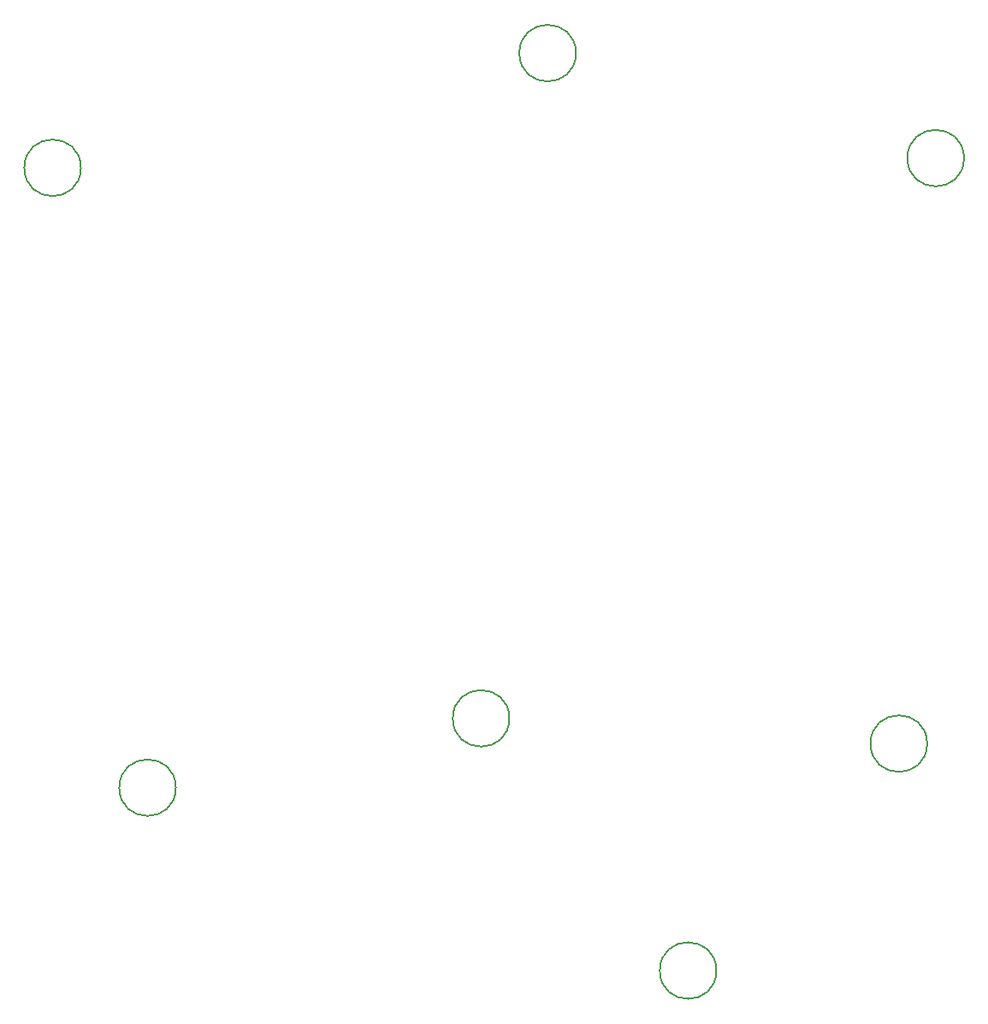
<source format=gbr>
%TF.GenerationSoftware,KiCad,Pcbnew,8.0.2*%
%TF.CreationDate,2025-01-19T21:46:12+07:00*%
%TF.ProjectId,sudi-keyboard,73756469-2d6b-4657-9962-6f6172642e6b,1*%
%TF.SameCoordinates,Original*%
%TF.FileFunction,Other,Comment*%
%FSLAX46Y46*%
G04 Gerber Fmt 4.6, Leading zero omitted, Abs format (unit mm)*
G04 Created by KiCad (PCBNEW 8.0.2) date 2025-01-19 21:46:12*
%MOMM*%
%LPD*%
G01*
G04 APERTURE LIST*
%ADD10C,0.150000*%
G04 APERTURE END LIST*
D10*
%TO.C,H2*%
X172000000Y-116350000D02*
G75*
G02*
X166400000Y-116350000I-2800000J0D01*
G01*
X166400000Y-116350000D02*
G75*
G02*
X172000000Y-116350000I2800000J0D01*
G01*
%TO.C,H1*%
X213350000Y-118850000D02*
G75*
G02*
X207750000Y-118850000I-2800000J0D01*
G01*
X207750000Y-118850000D02*
G75*
G02*
X213350000Y-118850000I2800000J0D01*
G01*
%TO.C,H5*%
X217000000Y-60900000D02*
G75*
G02*
X211400000Y-60900000I-2800000J0D01*
G01*
X211400000Y-60900000D02*
G75*
G02*
X217000000Y-60900000I2800000J0D01*
G01*
%TO.C,H3*%
X138990000Y-123210000D02*
G75*
G02*
X133390000Y-123210000I-2800000J0D01*
G01*
X133390000Y-123210000D02*
G75*
G02*
X138990000Y-123210000I2800000J0D01*
G01*
%TO.C,H4*%
X129590000Y-61860000D02*
G75*
G02*
X123990000Y-61860000I-2800000J0D01*
G01*
X123990000Y-61860000D02*
G75*
G02*
X129590000Y-61860000I2800000J0D01*
G01*
%TO.C,H7*%
X178590000Y-50510000D02*
G75*
G02*
X172990000Y-50510000I-2800000J0D01*
G01*
X172990000Y-50510000D02*
G75*
G02*
X178590000Y-50510000I2800000J0D01*
G01*
%TO.C,H6*%
X192490000Y-141310000D02*
G75*
G02*
X186890000Y-141310000I-2800000J0D01*
G01*
X186890000Y-141310000D02*
G75*
G02*
X192490000Y-141310000I2800000J0D01*
G01*
%TD*%
M02*

</source>
